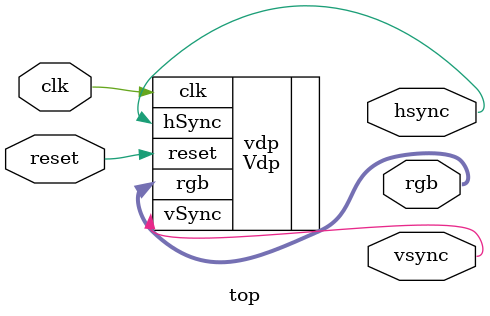
<source format=v>
`ifndef COMPUTER_H
`define COMPUTER_H

`include "Ram.v"
`include "Vdp.v"
`include "SyncGenerator.v";

module top(clk, reset, hsync, vsync, rgb);

  input clk, reset;
  output hsync, vsync;
  output [3:0] rgb;
  
  Vdp vdp(
    .clk(clk), .reset(reset),
    .hSync(hsync), .vSync(vsync), .rgb(rgb)
  );

endmodule

`endif
</source>
